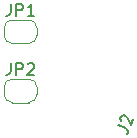
<source format=gbr>
G04 #@! TF.GenerationSoftware,KiCad,Pcbnew,(5.0.1)-4*
G04 #@! TF.CreationDate,2018-11-24T23:16:14-05:00*
G04 #@! TF.ProjectId,strutB,7374727574422E6B696361645F706362,rev?*
G04 #@! TF.SameCoordinates,Original*
G04 #@! TF.FileFunction,Legend,Top*
G04 #@! TF.FilePolarity,Positive*
%FSLAX46Y46*%
G04 Gerber Fmt 4.6, Leading zero omitted, Abs format (unit mm)*
G04 Created by KiCad (PCBNEW (5.0.1)-4) date 2018-11-24 11:16:14 PM*
%MOMM*%
%LPD*%
G01*
G04 APERTURE LIST*
%ADD10C,0.120000*%
%ADD11C,0.150000*%
G04 APERTURE END LIST*
D10*
G04 #@! TO.C,JP1*
X320050000Y-139000000D02*
G75*
G02X320750000Y-139700000I0J-700000D01*
G01*
X320750000Y-140300000D02*
G75*
G02X320050000Y-141000000I-700000J0D01*
G01*
X318650000Y-141000000D02*
G75*
G02X317950000Y-140300000I0J700000D01*
G01*
X317950000Y-139700000D02*
G75*
G02X318650000Y-139000000I700000J0D01*
G01*
X317950000Y-140300000D02*
X317950000Y-139700000D01*
X320050000Y-141000000D02*
X318650000Y-141000000D01*
X320750000Y-139700000D02*
X320750000Y-140300000D01*
X318650000Y-139000000D02*
X320050000Y-139000000D01*
G04 #@! TO.C,JP2*
X318650000Y-144000000D02*
X320050000Y-144000000D01*
X320750000Y-144700000D02*
X320750000Y-145300000D01*
X320050000Y-146000000D02*
X318650000Y-146000000D01*
X317950000Y-145300000D02*
X317950000Y-144700000D01*
X317950000Y-144700000D02*
G75*
G02X318650000Y-144000000I700000J0D01*
G01*
X318650000Y-146000000D02*
G75*
G02X317950000Y-145300000I0J700000D01*
G01*
X320750000Y-145300000D02*
G75*
G02X320050000Y-146000000I-700000J0D01*
G01*
X320050000Y-144000000D02*
G75*
G02X320750000Y-144700000I0J-700000D01*
G01*
G04 #@! TO.C,J2*
D11*
X327602440Y-147936909D02*
X328269551Y-148192188D01*
X328385954Y-148287718D01*
X328440865Y-148410703D01*
X328434284Y-148561144D01*
X328400246Y-148650092D01*
X327844555Y-147570680D02*
X327817100Y-147509187D01*
X327806663Y-147403221D01*
X327891756Y-147180850D01*
X327970267Y-147108921D01*
X328031759Y-147081465D01*
X328137726Y-147071028D01*
X328226674Y-147105066D01*
X328343078Y-147200595D01*
X328672544Y-147938507D01*
X328893785Y-147360344D01*
G04 #@! TO.C,JP1*
X318516666Y-137652380D02*
X318516666Y-138366666D01*
X318469047Y-138509523D01*
X318373809Y-138604761D01*
X318230952Y-138652380D01*
X318135714Y-138652380D01*
X318992857Y-138652380D02*
X318992857Y-137652380D01*
X319373809Y-137652380D01*
X319469047Y-137700000D01*
X319516666Y-137747619D01*
X319564285Y-137842857D01*
X319564285Y-137985714D01*
X319516666Y-138080952D01*
X319469047Y-138128571D01*
X319373809Y-138176190D01*
X318992857Y-138176190D01*
X320516666Y-138652380D02*
X319945238Y-138652380D01*
X320230952Y-138652380D02*
X320230952Y-137652380D01*
X320135714Y-137795238D01*
X320040476Y-137890476D01*
X319945238Y-137938095D01*
G04 #@! TO.C,JP2*
X318516666Y-142652380D02*
X318516666Y-143366666D01*
X318469047Y-143509523D01*
X318373809Y-143604761D01*
X318230952Y-143652380D01*
X318135714Y-143652380D01*
X318992857Y-143652380D02*
X318992857Y-142652380D01*
X319373809Y-142652380D01*
X319469047Y-142700000D01*
X319516666Y-142747619D01*
X319564285Y-142842857D01*
X319564285Y-142985714D01*
X319516666Y-143080952D01*
X319469047Y-143128571D01*
X319373809Y-143176190D01*
X318992857Y-143176190D01*
X319945238Y-142747619D02*
X319992857Y-142700000D01*
X320088095Y-142652380D01*
X320326190Y-142652380D01*
X320421428Y-142700000D01*
X320469047Y-142747619D01*
X320516666Y-142842857D01*
X320516666Y-142938095D01*
X320469047Y-143080952D01*
X319897619Y-143652380D01*
X320516666Y-143652380D01*
G04 #@! TD*
M02*

</source>
